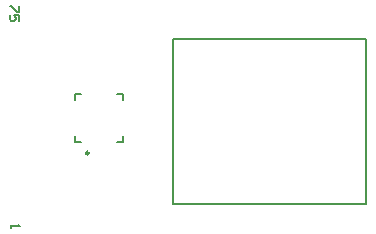
<source format=gto>
G04*
G04 #@! TF.GenerationSoftware,Altium Limited,Altium Designer,21.1.0 (24)*
G04*
G04 Layer_Color=65535*
%FSLAX44Y44*%
%MOMM*%
G71*
G04*
G04 #@! TF.SameCoordinates,8E971300-D6CB-4BFE-A36B-9E0936113F83*
G04*
G04*
G04 #@! TF.FilePolarity,Positive*
G04*
G01*
G75*
%ADD10C,0.2500*%
%ADD11C,0.2000*%
%ADD12C,0.1500*%
D10*
X91500Y120500D02*
G03*
X91500Y120500I-1250J0D01*
G01*
D11*
X162748Y77320D02*
Y217500D01*
X162748D02*
X325748D01*
Y77320D02*
Y217500D01*
X162748Y77320D02*
X325748D01*
X79500Y129500D02*
X84750D01*
X115250D02*
X120500D01*
Y165250D02*
Y170500D01*
Y129500D02*
Y134750D01*
X79500Y170500D02*
X84750D01*
X115250D02*
X120500D01*
X79500Y165250D02*
Y170500D01*
Y129500D02*
Y134750D01*
D12*
X25500Y60000D02*
Y57501D01*
Y58750D01*
X32998D01*
X31748Y60000D01*
X31998Y245000D02*
Y240002D01*
X30748D01*
X25750Y245000D01*
X24500D01*
X31998Y232504D02*
Y237502D01*
X28249D01*
X29498Y235003D01*
Y233754D01*
X28249Y232504D01*
X25750D01*
X24500Y233754D01*
Y236253D01*
X25750Y237502D01*
M02*

</source>
